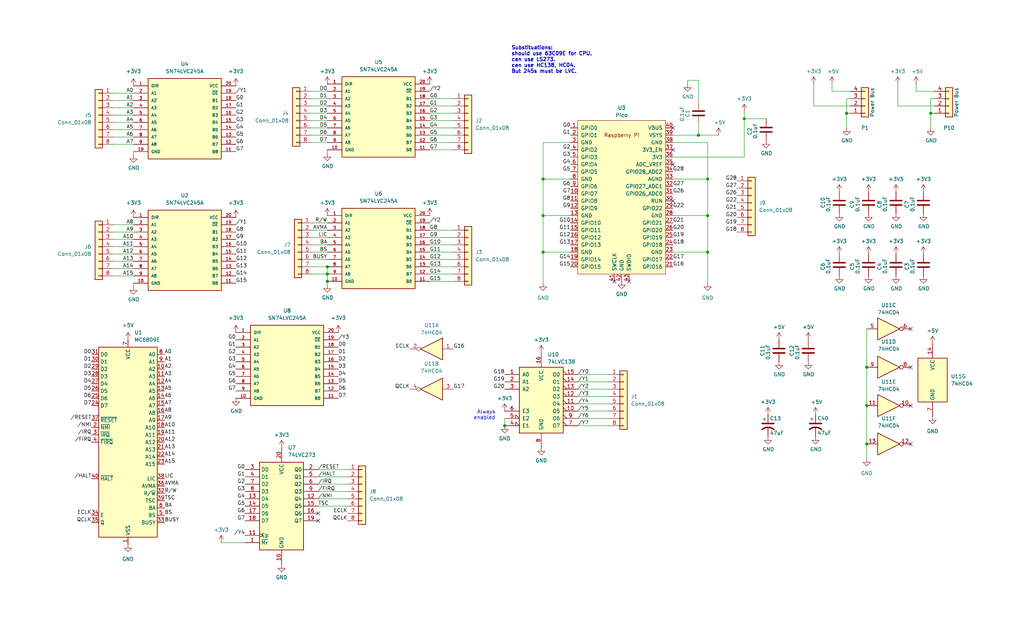
<source format=kicad_sch>
(kicad_sch (version 20230121) (generator eeschema)
  (paper "USLegal")
  (title_block (title "TFR/9 M6809E/H6309E (r-pi-pico-driven) SBC") (date "2024-07-12") (rev "2024-07-12") (company "Henry Strickland   <strick@yak.net>  github.com/strickyak") (comment 3 "Released under the MIT License (opensource.org/license/mit)"))
  (junction (at 258.445 41.275))
  (junction (at 188.595 74.93))
  (junction (at 245.745 87.63))
  (junction (at 242.57 46.99))
  (junction (at 113.665 97.79))
  (junction (at 323.215 39.37))
  (junction (at 300.99 127.635))
  (junction (at 175.26 147.955))
  (junction (at 300.99 154.305))
  (junction (at 300.99 140.97))
  (junction (at 245.745 74.93))
  (junction (at 188.595 87.63))
  (junction (at 113.665 95.25))
  (junction (at 294.005 39.37))
  (junction (at 188.595 62.23))
  (junction (at 245.745 62.23))
  (junction (at 113.665 92.71))
  (no_connect (at 233.68 57.15))
  (no_connect (at 233.68 69.85))
  (no_connect (at 233.68 44.45))
  (no_connect (at 110.49 180.975))
  (no_connect (at 316.23 127.635))
  (no_connect (at 218.44 97.79))
  (no_connect (at 316.23 154.305))
  (no_connect (at 316.23 114.3))
  (no_connect (at 233.68 52.07))
  (no_connect (at 213.36 97.79))
  (no_connect (at 110.49 178.435))
  (no_connect (at 316.23 140.97))
  (wire (pts (xy 200.66 137.795) (xy 211.455 137.795)))
  (wire (pts (xy 113.665 95.25) (xy 113.665 97.79)))
  (wire (pts (xy 46.355 98.425) (xy 46.355 99.695)))
  (wire (pts (xy 108.585 85.09) (xy 113.665 85.09)))
  (wire (pts (xy 149.225 95.25) (xy 157.48 95.25)))
  (wire (pts (xy 110.49 168.275) (xy 120.65 168.275)))
  (wire (pts (xy 110.49 173.355) (xy 120.65 173.355)))
  (wire (pts (xy 258.445 41.275) (xy 266.065 41.275)))
  (wire (pts (xy 107.95 39.37) (xy 113.665 39.37)))
  (wire (pts (xy 258.445 38.735) (xy 258.445 41.275)))
  (wire (pts (xy 39.37 88.265) (xy 46.355 88.265)))
  (wire (pts (xy 233.68 62.23) (xy 245.745 62.23)))
  (wire (pts (xy 245.745 62.23) (xy 245.745 74.93)))
  (wire (pts (xy 188.595 87.63) (xy 188.595 98.425)))
  (wire (pts (xy 149.225 39.37) (xy 157.48 39.37)))
  (wire (pts (xy 233.68 49.53) (xy 245.745 49.53)))
  (wire (pts (xy 39.37 85.725) (xy 46.355 85.725)))
  (wire (pts (xy 39.37 32.385) (xy 46.355 32.385)))
  (wire (pts (xy 46.355 52.705) (xy 46.355 53.975)))
  (wire (pts (xy 39.37 40.005) (xy 46.355 40.005)))
  (wire (pts (xy 238.76 27.94) (xy 238.76 29.21)))
  (wire (pts (xy 149.225 85.09) (xy 157.48 85.09)))
  (wire (pts (xy 300.99 127.635) (xy 300.99 140.97)))
  (wire (pts (xy 282.575 29.21) (xy 282.575 36.83)))
  (wire (pts (xy 39.37 50.165) (xy 46.355 50.165)))
  (wire (pts (xy 245.745 49.53) (xy 245.745 62.23)))
  (wire (pts (xy 294.005 39.37) (xy 295.275 39.37)))
  (wire (pts (xy 107.95 34.29) (xy 113.665 34.29)))
  (wire (pts (xy 76.835 188.595) (xy 85.09 188.595)))
  (wire (pts (xy 323.215 34.29) (xy 323.215 39.37)))
  (wire (pts (xy 39.37 80.645) (xy 46.355 80.645)))
  (wire (pts (xy 110.49 163.195) (xy 120.65 163.195)))
  (wire (pts (xy 200.66 142.875) (xy 211.455 142.875)))
  (wire (pts (xy 107.95 41.91) (xy 113.665 41.91)))
  (wire (pts (xy 294.005 39.37) (xy 294.005 44.45)))
  (wire (pts (xy 242.57 27.94) (xy 242.57 35.56)))
  (wire (pts (xy 200.66 130.175) (xy 211.455 130.175)))
  (wire (pts (xy 245.745 87.63) (xy 245.745 98.425)))
  (wire (pts (xy 110.49 165.735) (xy 120.65 165.735)))
  (wire (pts (xy 318.135 31.75) (xy 324.485 31.75)))
  (wire (pts (xy 39.37 95.885) (xy 46.355 95.885)))
  (wire (pts (xy 110.49 175.895) (xy 120.65 175.895)))
  (wire (pts (xy 110.49 170.815) (xy 120.65 170.815)))
  (wire (pts (xy 175.26 145.415) (xy 175.26 147.955)))
  (wire (pts (xy 39.37 93.345) (xy 46.355 93.345)))
  (wire (pts (xy 323.215 34.29) (xy 324.485 34.29)))
  (wire (pts (xy 294.005 34.29) (xy 295.275 34.29)))
  (wire (pts (xy 149.225 49.53) (xy 157.48 49.53)))
  (wire (pts (xy 39.37 42.545) (xy 46.355 42.545)))
  (wire (pts (xy 233.68 54.61) (xy 258.445 54.61)))
  (wire (pts (xy 282.575 36.83) (xy 295.275 36.83)))
  (wire (pts (xy 323.215 39.37) (xy 323.215 44.45)))
  (wire (pts (xy 242.57 27.94) (xy 238.76 27.94)))
  (wire (pts (xy 149.225 90.17) (xy 157.48 90.17)))
  (wire (pts (xy 311.785 36.83) (xy 324.485 36.83)))
  (wire (pts (xy 258.445 41.275) (xy 258.445 54.61)))
  (wire (pts (xy 288.925 31.75) (xy 295.275 31.75)))
  (wire (pts (xy 200.66 140.335) (xy 211.455 140.335)))
  (wire (pts (xy 242.57 46.99) (xy 249.555 46.99)))
  (wire (pts (xy 149.225 41.91) (xy 157.48 41.91)))
  (wire (pts (xy 113.665 97.79) (xy 113.665 99.06)))
  (wire (pts (xy 149.225 52.07) (xy 157.48 52.07)))
  (wire (pts (xy 108.585 82.55) (xy 113.665 82.55)))
  (wire (pts (xy 149.225 80.01) (xy 157.48 80.01)))
  (wire (pts (xy 149.225 44.45) (xy 157.48 44.45)))
  (wire (pts (xy 108.585 80.01) (xy 113.665 80.01)))
  (wire (pts (xy 200.66 135.255) (xy 211.455 135.255)))
  (wire (pts (xy 188.595 62.23) (xy 188.595 74.93)))
  (wire (pts (xy 113.665 92.71) (xy 113.665 95.25)))
  (wire (pts (xy 149.225 36.83) (xy 157.48 36.83)))
  (wire (pts (xy 200.66 145.415) (xy 211.455 145.415)))
  (wire (pts (xy 107.95 31.75) (xy 113.665 31.75)))
  (wire (pts (xy 200.66 132.715) (xy 211.455 132.715)))
  (wire (pts (xy 188.595 49.53) (xy 188.595 62.23)))
  (wire (pts (xy 233.68 87.63) (xy 245.745 87.63)))
  (wire (pts (xy 39.37 83.185) (xy 46.355 83.185)))
  (wire (pts (xy 294.005 34.29) (xy 294.005 39.37)))
  (wire (pts (xy 39.37 37.465) (xy 46.355 37.465)))
  (wire (pts (xy 288.925 29.21) (xy 288.925 31.75)))
  (wire (pts (xy 188.595 87.63) (xy 198.12 87.63)))
  (wire (pts (xy 149.225 87.63) (xy 157.48 87.63)))
  (wire (pts (xy 188.595 74.93) (xy 198.12 74.93)))
  (wire (pts (xy 233.68 74.93) (xy 245.745 74.93)))
  (wire (pts (xy 108.585 95.25) (xy 113.665 95.25)))
  (wire (pts (xy 300.99 140.97) (xy 300.99 154.305)))
  (wire (pts (xy 113.665 52.07) (xy 113.665 53.34)))
  (wire (pts (xy 108.585 87.63) (xy 113.665 87.63)))
  (wire (pts (xy 149.225 82.55) (xy 157.48 82.55)))
  (wire (pts (xy 149.225 97.79) (xy 157.48 97.79)))
  (wire (pts (xy 233.68 46.99) (xy 242.57 46.99)))
  (wire (pts (xy 300.99 114.3) (xy 300.99 127.635)))
  (wire (pts (xy 311.785 29.21) (xy 311.785 36.83)))
  (wire (pts (xy 107.95 44.45) (xy 113.665 44.45)))
  (wire (pts (xy 39.37 34.925) (xy 46.355 34.925)))
  (wire (pts (xy 300.99 154.305) (xy 300.99 159.385)))
  (wire (pts (xy 39.37 78.105) (xy 46.355 78.105)))
  (wire (pts (xy 107.95 46.99) (xy 113.665 46.99)))
  (wire (pts (xy 39.37 45.085) (xy 46.355 45.085)))
  (wire (pts (xy 108.585 92.71) (xy 113.665 92.71)))
  (wire (pts (xy 200.66 147.955) (xy 211.455 147.955)))
  (wire (pts (xy 242.57 46.99) (xy 242.57 43.18)))
  (wire (pts (xy 323.215 39.37) (xy 324.485 39.37)))
  (wire (pts (xy 188.595 49.53) (xy 198.12 49.53)))
  (wire (pts (xy 149.225 46.99) (xy 157.48 46.99)))
  (wire (pts (xy 108.585 90.17) (xy 113.665 90.17)))
  (wire (pts (xy 318.135 29.21) (xy 318.135 31.75)))
  (wire (pts (xy 39.37 47.625) (xy 46.355 47.625)))
  (wire (pts (xy 188.595 74.93) (xy 188.595 87.63)))
  (wire (pts (xy 188.595 62.23) (xy 198.12 62.23)))
  (wire (pts (xy 245.745 74.93) (xy 245.745 87.63)))
  (wire (pts (xy 107.95 49.53) (xy 113.665 49.53)))
  (wire (pts (xy 107.95 36.83) (xy 113.665 36.83)))
  (wire (pts (xy 149.225 92.71) (xy 157.48 92.71)))
  (wire (pts (xy 149.225 34.29) (xy 157.48 34.29)))
  (wire (pts (xy 39.37 90.805) (xy 46.355 90.805)))
  (wire (pts (xy 108.585 77.47) (xy 113.665 77.47)))
  (text "Always\nenabled" (at 172.085 146.05 0) (effects (font (size 1.27 1.27)) (justify right bottom)))
  (text "Substituations:\nshould use 63C09E for CPU.\ncan use LS273.\ncan use HC138, HC04.\nBut 245s must be LVC.\n" (at 177.546 25.654 0) (effects (font (size 1.27 1.27) (thickness 0.254) bold) (justify left bottom)))
  (label "G17" (at 233.68 90.17 0))
  (label "G6" (at 198.12 64.77 180))
  (label "G1" (at 198.12 46.99 180))
  (label "D5" (at 117.475 133.35 0))
  (label "ECLK" (at 142.24 121.285 180))
  (label "G12" (at 81.915 90.805 0))
  (label "{slash}Y2" (at 200.66 135.255 0))
  (label "G2" (at 149.225 39.37 0))
  (label "G0" (at 81.915 34.925 0))
  (label "G10" (at 198.12 77.47 180))
  (label "G8" (at 149.225 80.01 0))
  (label "G10" (at 81.915 85.725 0))
  (label "BUSY" (at 57.15 181.61 0))
  (label "G2" (at 81.915 40.005 0))
  (label "G13" (at 81.915 93.345 0))
  (label "QCLK" (at 142.24 135.255 180))
  (label "G10" (at 149.225 85.09 0))
  (label "G4" (at 198.12 57.15 180))
  (label "G18" (at 255.905 80.645 180))
  (label "G7" (at 149.225 52.07 0))
  (label "A4" (at 46.355 42.545 180))
  (label "A13" (at 46.355 90.805 180))
  (label "D4" (at 31.75 133.35 180))
  (label "G0" (at 85.09 163.195 180))
  (label "QCLK" (at 31.75 181.61 180))
  (label "{slash}HALT" (at 110.49 165.735 0))
  (label "G1" (at 149.225 36.83 0))
  (label "G3" (at 81.915 125.73 180))
  (label "G22" (at 255.905 70.485 180))
  (label "{slash}Y1" (at 200.66 132.715 0))
  (label "G5" (at 198.12 59.69 180))
  (label "G0" (at 198.12 44.45 180))
  (label "BS" (at 113.665 87.63 180))
  (label "BUSY" (at 113.665 90.17 180))
  (label "A8" (at 46.355 78.105 180))
  (label "G20" (at 255.905 75.565 180))
  (label "BA" (at 113.665 85.09 180))
  (label "{slash}Y6" (at 200.66 145.415 0))
  (label "{slash}RESET" (at 31.75 146.05 180))
  (label "A15" (at 57.15 161.29 0))
  (label "A3" (at 57.15 130.81 0))
  (label "G4" (at 85.09 173.355 180))
  (label "{slash}FIRQ" (at 31.75 153.67 180))
  (label "G2" (at 85.09 168.275 180))
  (label "G27" (at 233.68 64.77 0))
  (label "G6" (at 149.225 49.53 0))
  (label "D5" (at 113.665 44.45 180))
  (label "G21" (at 233.68 77.47 0))
  (label "{slash}IRQ" (at 31.75 151.13 180))
  (label "G18" (at 175.26 130.175 180))
  (label "G19" (at 233.68 82.55 0))
  (label "G17" (at 157.48 135.255 0))
  (label "{slash}HALT" (at 31.75 166.37 180))
  (label "{slash}Y4" (at 200.66 140.335 0))
  (label "G12" (at 149.225 90.17 0))
  (label "A0" (at 57.15 123.19 0))
  (label "A6" (at 46.355 47.625 180))
  (label "G21" (at 255.905 73.025 180))
  (label "A13" (at 57.15 156.21 0))
  (label "D7" (at 113.665 49.53 180))
  (label "A4" (at 57.15 133.35 0))
  (label "G14" (at 81.915 95.885 0))
  (label "A5" (at 46.355 45.085 180))
  (label "G3" (at 198.12 54.61 180))
  (label "D6" (at 117.475 135.89 0))
  (label "G3" (at 149.225 41.91 0))
  (label "G5" (at 85.09 175.895 180))
  (label "A10" (at 46.355 83.185 180))
  (label "A12" (at 57.15 153.67 0))
  (label "D2" (at 113.665 36.83 180))
  (label "A2" (at 57.15 128.27 0))
  (label "G8" (at 81.915 80.645 0))
  (label "A9" (at 46.355 80.645 180))
  (label "G5" (at 149.225 46.99 0))
  (label "G18" (at 233.68 85.09 0))
  (label "G11" (at 198.12 80.01 180))
  (label "BA" (at 57.15 176.53 0))
  (label "G0" (at 81.915 118.11 180))
  (label "G4" (at 81.915 45.085 0))
  (label "D3" (at 117.475 128.27 0))
  (label "G9" (at 149.225 82.55 0))
  (label "AVMA" (at 113.665 80.01 180))
  (label "ECLK" (at 31.75 179.07 180))
  (label "A15" (at 46.355 95.885 180))
  (label "G28" (at 255.905 62.865 180))
  (label "D1" (at 113.665 34.29 180))
  (label "G16" (at 157.48 121.285 0))
  (label "G27" (at 255.905 65.405 180))
  (label "{slash}Y3" (at 200.66 137.795 0))
  (label "{slash}RESET" (at 110.49 163.195 0))
  (label "G13" (at 149.225 92.71 0))
  (label "G14" (at 198.12 90.17 180))
  (label "{slash}IRQ" (at 110.49 168.275 0))
  (label "D2" (at 117.475 125.73 0))
  (label "D0" (at 31.75 123.19 180))
  (label "G0" (at 149.225 34.29 0))
  (label "A7" (at 57.15 140.97 0))
  (label "G14" (at 149.225 95.25 0))
  (label "D4" (at 113.665 41.91 180))
  (label "{slash}FIRQ" (at 110.49 170.815 0))
  (label "A10" (at 57.15 148.59 0))
  (label "G26" (at 233.68 67.31 0))
  (label "D1" (at 31.75 125.73 180))
  (label "G11" (at 81.915 88.265 0))
  (label "D1" (at 117.475 123.19 0))
  (label "D4" (at 117.475 130.81 0))
  (label "G1" (at 81.915 120.65 180))
  (label "D6" (at 113.665 46.99 180))
  (label "{slash}Y1" (at 81.915 78.105 0))
  (label "{slash}Y1" (at 81.915 32.385 0))
  (label "G4" (at 149.225 44.45 0))
  (label "D3" (at 113.665 39.37 180))
  (label "LIC" (at 113.665 82.55 180))
  (label "{slash}Y0" (at 200.66 130.175 0))
  (label "G7" (at 198.12 67.31 180))
  (label "{slash}Y7" (at 200.66 147.955 0))
  (label "G9" (at 81.915 83.185 0))
  (label "R{slash}W" (at 113.665 77.47 180))
  (label "ECLK" (at 120.65 178.435 180))
  (label "G7" (at 81.915 135.89 180))
  (label "A12" (at 46.355 88.265 180))
  (label "G12" (at 198.12 82.55 180))
  (label "D7" (at 117.475 138.43 0))
  (label "A2" (at 46.355 37.465 180))
  (label "G3" (at 81.915 42.545 0))
  (label "G15" (at 81.915 98.425 0))
  (label "R{slash}W" (at 57.15 171.45 0))
  (label "A14" (at 46.355 93.345 180))
  (label "G2" (at 198.12 52.07 180))
  (label "D0" (at 113.665 31.75 180))
  (label "G6" (at 81.915 133.35 180))
  (label "D5" (at 31.75 135.89 180))
  (label "D0" (at 117.475 120.65 0))
  (label "G22" (at 233.68 72.39 0))
  (label "{slash}Y3" (at 117.475 118.11 0))
  (label "{slash}Y5" (at 200.66 142.875 0))
  (label "G19" (at 175.26 132.715 180))
  (label "{slash}Y2" (at 149.225 77.47 0))
  (label "D6" (at 31.75 138.43 180))
  (label "TSC" (at 110.49 175.895 0))
  (label "G9" (at 198.12 72.39 180))
  (label "G15" (at 149.225 97.79 0))
  (label "A3" (at 46.355 40.005 180))
  (label "G7" (at 81.915 52.705 0))
  (label "A6" (at 57.15 138.43 0))
  (label "G11" (at 149.225 87.63 0))
  (label "G20" (at 233.68 80.01 0))
  (label "A0" (at 46.355 32.385 180))
  (label "G3" (at 85.09 170.815 180))
  (label "G7" (at 85.09 180.975 180))
  (label "D3" (at 31.75 130.81 180))
  (label "G16" (at 233.68 92.71 0))
  (label "{slash}NMI" (at 31.75 148.59 180))
  (label "A11" (at 57.15 151.13 0))
  (label "G8" (at 198.12 69.85 180))
  (label "A1" (at 57.15 125.73 0))
  (label "{slash}Y4" (at 85.09 186.055 180))
  (label "G26" (at 255.905 67.945 180))
  (label "AVMA" (at 57.15 168.91 0))
  (label "G13" (at 198.12 85.09 180))
  (label "G1" (at 81.915 37.465 0))
  (label "A14" (at 57.15 158.75 0))
  (label "D7" (at 31.75 140.97 180))
  (label "BS" (at 57.15 179.07 0))
  (label "G6" (at 85.09 178.435 180))
  (label "LIC" (at 57.15 166.37 0))
  (label "A5" (at 57.15 135.89 0))
  (label "A11" (at 46.355 85.725 180))
  (label "{slash}Y2" (at 149.225 31.75 0))
  (label "TSC" (at 57.15 173.99 0))
  (label "G19" (at 255.905 78.105 180))
  (label "G5" (at 81.915 47.625 0))
  (label "G5" (at 81.915 130.81 180))
  (label "G28" (at 233.68 59.69 0))
  (label "G4" (at 81.915 128.27 180))
  (label "D2" (at 31.75 128.27 180))
  (label "QCLK" (at 120.65 180.975 180))
  (label "A7" (at 46.355 50.165 180))
  (label "G15" (at 198.12 92.71 180))
  (label "G6" (at 81.915 50.165 0))
  (label "A9" (at 57.15 146.05 0))
  (label "{slash}NMI" (at 110.49 173.355 0))
  (label "G2" (at 81.915 123.19 180))
  (label "A1" (at 46.355 34.925 180))
  (label "A8" (at 57.15 143.51 0))
  (label "G20" (at 175.26 135.255 180))
  (label "G1" (at 85.09 165.735 180))
  (symbol (lib_id "Device:C_Polarized_US") (at 283.21 147.955 0) (unit 1)
    (property "Reference" "C40" (at 283.845 145.415 0) (effects (justify left)))
    (property "Value" "47uF" (at 283.845 150.495 0) (effects (justify left)))
    (property "Footprint" "Capacitor_THT:CP_Radial_D7.5mm_P2.50mm" (effects hide))
  )
  (symbol (lib_id "Connector_Generic:Conn_01x04") (at 329.565 36.83 0) (mirror x) (unit 1)
    (property "Reference" "P10" (at 329.565 44.45 0))
    (property "Value" "Power Bus" (at 332.105 35.56 90))
    (property "Footprint" "Connector_PinHeader_2.54mm:PinHeader_1x04_P2.54mm_Vertical" (effects hide))
  )
  (symbol (lib_id "power:GND") (at 323.215 44.45 0) (unit 1)
    (property "Reference" "#PWR0106" (effects hide))
    (property "Value" "GND" (at 323.342 48.8442 0))
  )
  (symbol (lib_id "power:+5V") (at 283.21 144.145 0) (unit 1)
    (property "Reference" "#PWR0101" (effects hide))
    (property "Value" "+5V" (at 283.591 139.7508 0))
  )
  (symbol (lib_id "power:+5V") (at 318.135 29.21 0) (unit 1)
    (property "Reference" "#PWR0103" (effects hide))
    (property "Value" "+5V" (at 318.516 24.8158 0))
  )
  (symbol (lib_id "74xx:74HC04") (at 149.86 121.285 0) (mirror y) (unit 1)
    (property "Reference" "U11" (at 149.86 113.03 0))
    (property "Value" "74HC04" (at 149.86 115.57 0))
    (property "Footprint" "Package_DIP:DIP-14_W7.62mm_Socket" (effects hide))
    (property "Datasheet" "https://assets.nexperia.com/documents/data-sheet/74HC_HCT04.pdf" (effects hide))
  )
  (symbol (lib_id "power:GND") (at 283.21 151.765 0) (unit 1)
    (property "Reference" "#PWR055" (effects hide))
    (property "Value" "GND" (at 283.337 156.1592 0))
  )
  (symbol (lib_id "Device:C") (at 270.51 121.92 0) (unit 1)
    (property "Reference" "C11" (at 264.795 123.825 90) (effects (justify left)))
    (property "Value" "0.1uF" (at 266.7 125.095 90) (effects (justify left)))
    (property "Footprint" "Capacitor_THT:C_Disc_D5.0mm_W2.5mm_P5.00mm" (effects hide))
  )
  (symbol (lib_id "power:GND") (at 291.465 95.885 0) (unit 1)
    (property "Reference" "#PWR042" (effects hide))
    (property "Value" "GND" (at 291.592 100.2792 0))
  )
  (symbol (lib_id "74xx:74LS273") (at 97.79 175.895 0) (unit 1)
    (property "Reference" "U7" (at 99.9841 155.575 0) (effects (justify left)))
    (property "Value" "74LVC273" (at 99.9841 158.115 0) (effects (justify left)))
    (property "Footprint" "Package_DIP:DIP-20_W7.62mm_Socket" (effects hide))
    (property "Datasheet" "http://www.ti.com/lit/gpn/sn74LS273" (effects hide))
  )
  (symbol (lib_id "Device:C") (at 301.625 92.075 0) (unit 1)
    (property "Reference" "C5" (at 295.91 93.98 90) (effects (justify left)))
    (property "Value" "0.1uF" (at 297.815 95.25 90) (effects (justify left)))
    (property "Footprint" "Capacitor_THT:C_Disc_D5.0mm_W2.5mm_P5.00mm" (effects hide))
  )
  (symbol (lib_id "Connector_Generic:Conn_01x08") (at 162.56 41.91 0) (unit 1)
    (property "Reference" "J2" (at 165.1 41.91 0) (effects (justify left)))
    (property "Value" "Conn_01x08" (at 165.1 44.45 0) (effects (justify left)))
    (property "Footprint" "Connector_PinHeader_2.54mm:PinHeader_1x08_P2.54mm_Vertical" (effects hide))
  )
  (symbol (lib_id "Connector_Generic:Conn_01x04") (at 300.355 36.83 0) (mirror x) (unit 1)
    (property "Reference" "P1" (at 300.355 44.45 0))
    (property "Value" "Power Bus" (at 302.895 35.56 90))
    (property "Footprint" "Connector_PinHeader_2.54mm:PinHeader_1x04_P2.54mm_Vertical" (effects hide))
  )
  (symbol (lib_name "+3V3_16") (lib_id "power:+3V3") (at 266.7 144.145 0) (unit 1)
    (property "Reference" "#PWR057" (effects hide))
    (property "Value" "+3V3" (at 266.7 139.7 0))
  )
  (symbol (lib_id "74xx:74HC04") (at 308.61 127.635 0) (unit 4)
    (property "Reference" "U11" (at 308.61 118.745 0))
    (property "Value" "74HC04" (at 308.61 121.285 0))
    (property "Footprint" "Package_DIP:DIP-14_W7.62mm_Socket" (effects hide))
    (property "Datasheet" "https://assets.nexperia.com/documents/data-sheet/74HC_HCT04.pdf" (effects hide))
  )
  (symbol (lib_name "+3V3_8") (lib_id "power:+3V3") (at 46.355 75.565 0) (unit 1)
    (property "Reference" "#PWR019" (effects hide))
    (property "Value" "+3V3" (at 46.355 70.485 0))
  )
  (symbol (lib_name "+3V3_15") (lib_id "power:+3V3") (at 320.675 66.675 0) (unit 1)
    (property "Reference" "#PWR043" (effects hide))
    (property "Value" "+3V3" (at 320.675 62.23 0))
  )
  (symbol (lib_id "74xx:74HC04") (at 308.61 154.305 0) (unit 6)
    (property "Reference" "U11" (at 308.61 145.415 0))
    (property "Value" "74HC04" (at 308.61 147.955 0))
    (property "Footprint" "Package_DIP:DIP-14_W7.62mm_Socket" (effects hide))
    (property "Datasheet" "https://assets.nexperia.com/documents/data-sheet/74HC_HCT04.pdf" (effects hide))
  )
  (symbol (lib_name "+3V3_14") (lib_id "power:+3V3") (at 76.835 188.595 0) (unit 1)
    (property "Reference" "#PWR034" (effects hide))
    (property "Value" "+3V3" (at 76.835 184.15 0))
  )
  (symbol (lib_id "power:+3V3") (at 311.785 29.21 0) (unit 1)
    (property "Reference" "#PWR031" (effects hide))
    (property "Value" "+3V3" (at 311.785 24.765 0))
  )
  (symbol (lib_id "74xx:74HC04") (at 323.85 132.08 0) (unit 7)
    (property "Reference" "U11" (at 330.2 130.81 0) (effects (justify left)))
    (property "Value" "74HC04" (at 330.2 133.35 0) (effects (justify left)))
    (property "Footprint" "Package_DIP:DIP-14_W7.62mm_Socket" (effects hide))
    (property "Datasheet" "https://assets.nexperia.com/documents/data-sheet/74HC_HCT04.pdf" (effects hide))
  )
  (symbol (lib_name "GND_4") (lib_id "power:GND") (at 97.79 196.215 0) (unit 1)
    (property "Reference" "#PWR035" (effects hide))
    (property "Value" "GND" (at 97.79 200.66 0))
  )
  (symbol (lib_id "Device:C") (at 291.465 70.485 0) (unit 1)
    (property "Reference" "C10" (at 285.75 72.39 90) (effects (justify left)))
    (property "Value" "0.1uF" (at 287.655 73.66 90) (effects (justify left)))
    (property "Footprint" "Capacitor_THT:C_Disc_D5.0mm_W2.5mm_P5.00mm" (effects hide))
  )
  (symbol (lib_id "Device:C_Polarized_US") (at 266.7 147.955 0) (unit 1)
    (property "Reference" "C13" (at 267.335 145.415 0) (effects (justify left)))
    (property "Value" "47uF" (at 267.335 150.495 0) (effects (justify left)))
    (property "Footprint" "Capacitor_THT:CP_Radial_D7.5mm_P2.50mm" (effects hide))
  )
  (symbol (lib_name "+3V3_2") (lib_id "power:+3V3") (at 81.915 29.845 0) (unit 1)
    (property "Reference" "#PWR06" (effects hide))
    (property "Value" "+3V3" (at 81.915 24.765 0))
  )
  (symbol (lib_id "power:GND") (at 270.51 125.73 0) (unit 1)
    (property "Reference" "#PWR052" (effects hide))
    (property "Value" "GND" (at 270.637 130.1242 0))
  )
  (symbol (lib_name "+3V3_15") (lib_id "power:+3V3") (at 301.625 66.675 0) (unit 1)
    (property "Reference" "#PWR047" (effects hide))
    (property "Value" "+3V3" (at 301.625 62.23 0))
  )
  (symbol (lib_name "+3V3_9") (lib_id "power:+3V3") (at 81.915 115.57 0) (unit 1)
    (property "Reference" "#PWR020" (effects hide))
    (property "Value" "+3V3" (at 81.915 110.49 0))
  )
  (symbol (lib_id "Device:C") (at 311.15 92.075 0) (unit 1)
    (property "Reference" "C4" (at 305.435 93.98 90) (effects (justify left)))
    (property "Value" "0.1uF" (at 307.34 95.25 90) (effects (justify left)))
    (property "Footprint" "Capacitor_THT:C_Disc_D5.0mm_W2.5mm_P5.00mm" (effects hide))
  )
  (symbol (lib_name "+3V3_4") (lib_id "power:+3V3") (at 149.225 29.21 0) (unit 1)
    (property "Reference" "#PWR012" (effects hide))
    (property "Value" "+3V3" (at 149.225 24.765 0))
  )
  (symbol (lib_name "+3V3_10") (lib_id "power:+3V3") (at 117.475 115.57 0) (unit 1)
    (property "Reference" "#PWR022" (effects hide))
    (property "Value" "+3V3" (at 117.475 110.49 0))
  )
  (symbol (lib_name "+3V3_1") (lib_id "power:+3V3") (at 46.355 29.845 0) (unit 1)
    (property "Reference" "#PWR04" (effects hide))
    (property "Value" "+3V3" (at 46.355 24.765 0))
  )
  (symbol (lib_id "power:GND") (at 320.675 74.295 0) (unit 1)
    (property "Reference" "#PWR044" (effects hide))
    (property "Value" "GND" (at 320.802 78.6892 0))
  )
  (symbol (lib_name "+5V_2") (lib_id "power:+5V") (at 323.85 119.38 0) (unit 1)
    (property "Reference" "#PWR041" (effects hide))
    (property "Value" "+5V" (at 323.85 114.935 0))
  )
  (symbol (lib_id "Connector_Generic:Conn_01x08") (at 34.29 40.005 0) (mirror y) (unit 1)
    (property "Reference" "J5" (at 31.75 40.005 0) (effects (justify left)))
    (property "Value" "Conn_01x08" (at 31.75 42.545 0) (effects (justify left)))
    (property "Footprint" "Connector_PinHeader_2.54mm:PinHeader_1x08_P2.54mm_Vertical" (effects hide))
  )
  (symbol (lib_id "Connector_Generic:Conn_01x08") (at 260.985 70.485 0) (unit 1)
    (property "Reference" "J9" (at 263.525 70.485 0) (effects (justify left)))
    (property "Value" "Conn_01x08" (at 263.525 73.025 0) (effects (justify left)))
    (property "Footprint" "Connector_PinHeader_2.54mm:PinHeader_1x08_P2.54mm_Vertical" (effects hide))
  )
  (symbol (lib_id "power:GND") (at 311.15 95.885 0) (unit 1)
    (property "Reference" "#PWR015" (effects hide))
    (property "Value" "GND" (at 311.277 100.2792 0))
  )
  (symbol (lib_name "GND_8") (lib_id "power:GND") (at 323.85 144.78 0) (unit 1)
    (property "Reference" "#PWR040" (effects hide))
    (property "Value" "GND" (at 323.85 149.86 0))
  )
  (symbol (lib_id "Device:C") (at 280.67 121.92 0) (unit 1)
    (property "Reference" "C12" (at 274.955 123.825 90) (effects (justify left)))
    (property "Value" "0.1uF" (at 276.86 125.095 90) (effects (justify left)))
    (property "Footprint" "Capacitor_THT:C_Disc_D5.0mm_W2.5mm_P5.00mm" (effects hide))
  )
  (symbol (lib_name "+3V3_13") (lib_id "power:+3V3") (at 97.79 155.575 0) (unit 1)
    (property "Reference" "#PWR033" (effects hide))
    (property "Value" "+3V3" (at 97.79 151.13 0))
  )
  (symbol (lib_name "+3V3_15") (lib_id "power:+3V3") (at 311.15 88.265 0) (unit 1)
    (property "Reference" "#PWR014" (effects hide))
    (property "Value" "+3V3" (at 311.15 83.82 0))
  )
  (symbol (lib_id "74xx:74LS138") (at 187.96 137.795 0) (unit 1)
    (property "Reference" "U10" (at 190.1541 123.19 0) (effects (justify left)))
    (property "Value" "74LVC138" (at 190.1541 125.73 0) (effects (justify left)))
    (property "Footprint" "Package_DIP:DIP-16_W7.62mm_Socket" (effects hide))
    (property "Datasheet" "http://www.ti.com/lit/gpn/sn74LS138" (effects hide))
  )
  (symbol (lib_id "Device:C") (at 301.625 70.485 0) (unit 1)
    (property "Reference" "C9" (at 295.91 72.39 90) (effects (justify left)))
    (property "Value" "0.1uF" (at 297.815 73.66 90) (effects (justify left)))
    (property "Footprint" "Capacitor_THT:C_Disc_D5.0mm_W2.5mm_P5.00mm" (effects hide))
  )
  (symbol (lib_id "Device:C") (at 291.465 92.075 0) (unit 1)
    (property "Reference" "C6" (at 285.75 93.98 90) (effects (justify left)))
    (property "Value" "0.1uF" (at 287.655 95.25 90) (effects (justify left)))
    (property "Footprint" "Capacitor_THT:C_Disc_D5.0mm_W2.5mm_P5.00mm" (effects hide))
  )
  (symbol (lib_name "+3V3_3") (lib_id "power:+3V3") (at 113.665 29.21 0) (unit 1)
    (property "Reference" "#PWR011" (effects hide))
    (property "Value" "+3V3" (at 113.665 24.765 0))
  )
  (symbol (lib_name "+5V_3") (lib_id "power:+5V") (at 270.51 118.11 0) (unit 1)
    (property "Reference" "#PWR051" (effects hide))
    (property "Value" "+5V" (at 270.51 113.665 0))
  )
  (symbol (lib_id "CPU_NXP_6800:MC6809E") (at 44.45 153.67 0) (unit 1)
    (property "Reference" "U1" (at 46.6441 115.57 0) (effects (justify left)))
    (property "Value" "MC6809E" (at 46.6441 118.11 0) (effects (justify left)))
    (property "Footprint" "Package_DIP:DIP-40_W15.24mm" (effects hide))
    (property "Datasheet" "http://pdf.datasheetcatalog.com/datasheet/motorola/MC68B09S.pdf" (effects hide))
  )
  (symbol (lib_id "power:GND") (at 280.67 125.73 0) (unit 1)
    (property "Reference" "#PWR054" (effects hide))
    (property "Value" "GND" (at 280.797 130.1242 0))
  )
  (symbol (lib_id "Device:C") (at 242.57 39.37 180) (unit 1)
    (property "Reference" "C1" (at 238.76 38.1 90) (effects (justify left)))
    (property "Value" "0.1uF" (at 236.855 36.83 90) (effects (justify left)))
    (property "Footprint" "Capacitor_THT:C_Disc_D5.0mm_W2.5mm_P5.00mm" (effects hide))
  )
  (symbol (lib_id "power:GND") (at 113.665 53.34 0) (unit 1)
    (property "Reference" "#PWR09" (effects hide))
    (property "Value" "GND" (at 113.792 57.7342 0))
  )
  (symbol (lib_id "power:+5V") (at 249.555 46.99 0) (unit 1)
    (property "Reference" "#PWR028" (effects hide))
    (property "Value" "+5V" (at 249.936 42.5958 0))
  )
  (symbol (lib_name "+3V3_15") (lib_id "power:+3V3") (at 320.675 88.265 0) (unit 1)
    (property "Reference" "#PWR03" (effects hide))
    (property "Value" "+3V3" (at 320.675 83.82 0))
  )
  (symbol (lib_id "Device:C") (at 320.675 92.075 0) (unit 1)
    (property "Reference" "C3" (at 314.96 93.98 90) (effects (justify left)))
    (property "Value" "0.1uF" (at 316.865 95.25 90) (effects (justify left)))
    (property "Footprint" "Capacitor_THT:C_Disc_D5.0mm_W2.5mm_P5.00mm" (effects hide))
  )
  (symbol (lib_name "GND_3") (lib_id "power:GND") (at 175.26 147.955 0) (unit 1)
    (property "Reference" "#PWR025" (effects hide))
    (property "Value" "GND" (at 175.26 152.4 0))
  )
  (symbol (lib_name "+3V3_11") (lib_id "power:+3V3") (at 187.96 122.555 0) (unit 1)
    (property "Reference" "#PWR023" (effects hide))
    (property "Value" "+3V3" (at 187.96 118.11 0))
  )
  (symbol (lib_name "+3V3_12") (lib_id "power:+3V3") (at 175.26 142.875 0) (unit 1)
    (property "Reference" "#PWR026" (effects hide))
    (property "Value" "+3V3" (at 175.26 138.43 0))
  )
  (symbol (lib_name "+3V3_15") (lib_id "power:+3V3") (at 311.15 66.675 0) (unit 1)
    (property "Reference" "#PWR045" (effects hide))
    (property "Value" "+3V3" (at 311.15 62.23 0))
  )
  (symbol (lib_id "power:GND") (at 266.065 48.895 0) (unit 1)
    (property "Reference" "#PWR030" (effects hide))
    (property "Value" "GND" (at 266.192 53.2892 0))
  )
  (symbol (lib_id "power:+3V3") (at 282.575 29.21 0) (unit 1)
    (property "Reference" "#PWR059" (effects hide))
    (property "Value" "+3V3" (at 282.575 24.765 0))
  )
  (symbol (lib_id "power:+3V3") (at 258.445 38.735 0) (unit 1)
    (property "Reference" "#PWR029" (effects hide))
    (property "Value" "+3V3" (at 258.445 34.29 0))
  )
  (symbol (lib_id "Connector_Generic:Conn_01x08") (at 162.56 87.63 0) (unit 1)
    (property "Reference" "J3" (at 165.1 87.63 0) (effects (justify left)))
    (property "Value" "Conn_01x08" (at 165.1 90.17 0) (effects (justify left)))
    (property "Footprint" "Connector_PinHeader_2.54mm:PinHeader_1x08_P2.54mm_Vertical" (effects hide))
  )
  (symbol (lib_name "+3V3_6") (lib_id "power:+3V3") (at 113.665 74.93 0) (unit 1)
    (property "Reference" "#PWR017" (effects hide))
    (property "Value" "+3V3" (at 113.665 70.485 0))
  )
  (symbol (lib_id "LOGIC-SN74LVC245AN_DIP20-7.62MM_:SN74LVC245AN") (at 131.445 87.63 0) (unit 1)
    (property "Reference" "U6" (at 131.445 67.31 0))
    (property "Value" "SN74LVC245A" (at 131.445 69.85 0))
    (property "Footprint" "LOGIC-SN74LVC245AN_DIP20-7.62MM_:DIP20-2.54-26.2X7.62MM" (effects hide))
    (property "MF" "Texas Instruments" (effects hide))
    (property "Description" "\nOctal Bus Transceiver With 3-State Outputs\n" (effects hide))
    (property "Package" "PDIP-20 Texas Instruments" (effects hide))
    (property "MPN" "SN74LVC245AN" (effects hide))
    (property "Price" "None" (effects hide))
    (property "VALUE" "TRANSCEIVER-8BIT" (effects hide))
    (property "SnapEDA_Link" "https://www.snapeda.com/parts/SN74LVC245AN/Texas+Instruments/view-part/?ref=snap" (effects hide))
    (property "MP" "SN74LVC245AN" (effects hide))
    (property "Availability" "In Stock" (effects hide))
    (property "Check_prices" "https://www.snapeda.com/parts/SN74LVC245AN/Texas+Instruments/view-part/?ref=eda" (effects hide))
  )
  (symbol (lib_id "Device:C") (at 311.15 70.485 0) (unit 1)
    (property "Reference" "C8" (at 305.435 72.39 90) (effects (justify left)))
    (property "Value" "0.1uF" (at 307.34 73.66 90) (effects (justify left)))
    (property "Footprint" "Capacitor_THT:C_Disc_D5.0mm_W2.5mm_P5.00mm" (effects hide))
  )
  (symbol (lib_id "power:GND") (at 46.355 99.695 0) (unit 1)
    (property "Reference" "#PWR08" (effects hide))
    (property "Value" "GND" (at 46.482 104.0892 0))
  )
  (symbol (lib_id "Device:C") (at 266.065 45.085 0) (unit 1)
    (property "Reference" "C2" (at 260.35 46.99 90) (effects (justify left)))
    (property "Value" "0.1uF" (at 262.255 48.26 90) (effects (justify left)))
    (property "Footprint" "Capacitor_THT:C_Disc_D5.0mm_W2.5mm_P5.00mm" (effects hide))
  )
  (symbol (lib_id "power:GND") (at 238.76 29.21 0) (unit 1)
    (property "Reference" "#PWR027" (effects hide))
    (property "Value" "GND" (at 238.887 33.6042 0))
  )
  (symbol (lib_id "LOGIC-SN74LVC245AN_DIP20-7.62MM_:SN74LVC245AN") (at 99.695 128.27 0) (unit 1)
    (property "Reference" "U8" (at 99.695 107.95 0))
    (property "Value" "SN74LVC245A" (at 99.695 110.49 0))
    (property "Footprint" "LOGIC-SN74LVC245AN_DIP20-7.62MM_:DIP20-2.54-26.2X7.62MM" (effects hide))
    (property "MF" "Texas Instruments" (effects hide))
    (property "Description" "\nOctal Bus Transceiver With 3-State Outputs\n" (effects hide))
    (property "Package" "PDIP-20 Texas Instruments" (effects hide))
    (property "MPN" "SN74LVC245AN" (effects hide))
    (property "Price" "None" (effects hide))
    (property "VALUE" "TRANSCEIVER-8BIT" (effects hide))
    (property "SnapEDA_Link" "https://www.snapeda.com/parts/SN74LVC245AN/Texas+Instruments/view-part/?ref=snap" (effects hide))
    (property "MP" "SN74LVC245AN" (effects hide))
    (property "Availability" "In Stock" (effects hide))
    (property "Check_prices" "https://www.snapeda.com/parts/SN74LVC245AN/Texas+Instruments/view-part/?ref=eda" (effects hide))
  )
  (symbol (lib_id "Connector_Generic:Conn_01x08") (at 103.505 85.09 0) (mirror y) (unit 1)
    (property "Reference" "J7" (at 100.965 85.09 0) (effects (justify left)))
    (property "Value" "Conn_01x08" (at 100.965 87.63 0) (effects (justify left)))
    (property "Footprint" "Connector_PinHeader_2.54mm:PinHeader_1x08_P2.54mm_Vertical" (effects hide))
  )
  (symbol (lib_id "Connector_Generic:Conn_01x08") (at 125.73 170.815 0) (unit 1)
    (property "Reference" "J8" (at 128.27 170.815 0) (effects (justify left)))
    (property "Value" "Conn_01x08" (at 128.27 173.355 0) (effects (justify left)))
    (property "Footprint" "Connector_PinHeader_2.54mm:PinHeader_1x08_P2.54mm_Vertical" (effects hide))
  )
  (symbol (lib_name "GND_5") (lib_id "power:GND") (at 188.595 98.425 0) (unit 1)
    (property "Reference" "#PWR037" (effects hide))
    (property "Value" "GND" (at 188.595 103.505 0))
  )
  (symbol (lib_id "LOGIC-SN74LVC245AN_DIP20-7.62MM_:SN74LVC245AN") (at 64.135 88.265 0) (unit 1)
    (property "Reference" "U2" (at 64.135 67.945 0))
    (property "Value" "SN74LVC245A" (at 64.135 70.485 0))
    (property "Footprint" "LOGIC-SN74LVC245AN_DIP20-7.62MM_:DIP20-2.54-26.2X7.62MM" (effects hide))
    (property "MF" "Texas Instruments" (effects hide))
    (property "Description" "\nOctal Bus Transceiver With 3-State Outputs\n" (effects hide))
    (property "Package" "PDIP-20 Texas Instruments" (effects hide))
    (property "MPN" "SN74LVC245AN" (effects hide))
    (property "Price" "None" (effects hide))
    (property "VALUE" "TRANSCEIVER-8BIT" (effects hide))
    (property "SnapEDA_Link" "https://www.snapeda.com/parts/SN74LVC245AN/Texas+Instruments/view-part/?ref=snap" (effects hide))
    (property "MP" "SN74LVC245AN" (effects hide))
    (property "Availability" "In Stock" (effects hide))
    (property "Check_prices" "https://www.snapeda.com/parts/SN74LVC245AN/Texas+Instruments/view-part/?ref=eda" (effects hide))
  )
  (symbol (lib_id "power:GND") (at 266.7 151.765 0) (unit 1)
    (property "Reference" "#PWR058" (effects hide))
    (property "Value" "GND" (at 266.827 156.1592 0))
  )
  (symbol (lib_id "Device:C") (at 320.675 70.485 0) (unit 1)
    (property "Reference" "C7" (at 314.96 72.39 90) (effects (justify left)))
    (property "Value" "0.1uF" (at 316.865 73.66 90) (effects (justify left)))
    (property "Footprint" "Capacitor_THT:C_Disc_D5.0mm_W2.5mm_P5.00mm" (effects hide))
  )
  (symbol (lib_id "power:GND") (at 46.355 53.975 0) (unit 1)
    (property "Reference" "#PWR01" (effects hide))
    (property "Value" "GND" (at 46.482 58.3692 0))
  )
  (symbol (lib_id "Connector_Generic:Conn_01x08") (at 102.87 39.37 0) (mirror y) (unit 1)
    (property "Reference" "J4" (at 100.33 39.37 0) (effects (justify left)))
    (property "Value" "Conn_01x08" (at 100.33 41.91 0) (effects (justify left)))
    (property "Footprint" "Connector_PinHeader_2.54mm:PinHeader_1x08_P2.54mm_Vertical" (effects hide))
  )
  (symbol (lib_id "LOGIC-SN74LVC245AN_DIP20-7.62MM_:SN74LVC245AN") (at 64.135 42.545 0) (unit 1)
    (property "Reference" "U4" (at 64.135 22.225 0))
    (property "Value" "SN74LVC245A" (at 64.135 24.765 0))
    (property "Footprint" "LOGIC-SN74LVC245AN_DIP20-7.62MM_:DIP20-2.54-26.2X7.62MM" (effects hide))
    (property "MF" "Texas Instruments" (effects hide))
    (property "Description" "\nOctal Bus Transceiver With 3-State Outputs\n" (effects hide))
    (property "Package" "PDIP-20 Texas Instruments" (effects hide))
    (property "MPN" "SN74LVC245AN" (effects hide))
    (property "Price" "None" (effects hide))
    (property "VALUE" "TRANSCEIVER-8BIT" (effects hide))
    (property "SnapEDA_Link" "https://www.snapeda.com/parts/SN74LVC245AN/Texas+Instruments/view-part/?ref=snap" (effects hide))
    (property "MP" "SN74LVC245AN" (effects hide))
    (property "Availability" "In Stock" (effects hide))
    (property "Check_prices" "https://www.snapeda.com/parts/SN74LVC245AN/Texas+Instruments/view-part/?ref=eda" (effects hide))
  )
  (symbol (lib_name "GND_8") (lib_id "power:GND") (at 300.99 159.385 0) (unit 1)
    (property "Reference" "#PWR056" (effects hide))
    (property "Value" "GND" (at 300.99 164.465 0))
  )
  (symbol (lib_name "+3V3_7") (lib_id "power:+3V3") (at 81.915 75.565 0) (unit 1)
    (property "Reference" "#PWR018" (effects hide))
    (property "Value" "+3V3" (at 81.915 70.485 0))
  )
  (symbol (lib_id "Connector_Generic:Conn_01x08") (at 216.535 137.795 0) (unit 1)
    (property "Reference" "J1" (at 219.075 137.795 0) (effects (justify left)))
    (property "Value" "Conn_01x08" (at 219.075 140.335 0) (effects (justify left)))
    (property "Footprint" "Connector_PinHeader_2.54mm:PinHeader_1x08_P2.54mm_Vertical" (effects hide))
  )
  (symbol (lib_id "RPi_Pico:Pico") (at 215.9 68.58 0) (unit 1)
    (property "Reference" "U3" (at 215.9 37.465 0))
    (property "Value" "Pico" (at 215.9 40.005 0))
    (property "Footprint" "RPi_Pico:RPi_PicoW_SMD_TH" (effects hide))
  )
  (symbol (lib_name "+5V_4") (lib_id "power:+5V") (at 280.67 118.11 0) (unit 1)
    (property "Reference" "#PWR053" (effects hide))
    (property "Value" "+5V" (at 280.67 113.665 0))
  )
  (symbol (lib_id "power:GND") (at 113.665 99.06 0) (unit 1)
    (property "Reference" "#PWR010" (effects hide))
    (property "Value" "GND" (at 113.792 103.4542 0))
  )
  (symbol (lib_id "Connector_Generic:Conn_01x08") (at 34.29 85.725 0) (mirror y) (unit 1)
    (property "Reference" "J6" (at 31.75 85.725 0) (effects (justify left)))
    (property "Value" "Conn_01x08" (at 31.75 88.265 0) (effects (justify left)))
    (property "Footprint" "Connector_PinHeader_2.54mm:PinHeader_1x08_P2.54mm_Vertical" (effects hide))
  )
  (symbol (lib_name "GND_2") (lib_id "power:GND") (at 187.96 155.575 0) (unit 1)
    (property "Reference" "#PWR024" (effects hide))
    (property "Value" "GND" (at 187.96 160.02 0))
  )
  (symbol (lib_id "power:GND") (at 291.465 74.295 0) (unit 1)
    (property "Reference" "#PWR050" (effects hide))
    (property "Value" "GND" (at 291.592 78.6892 0))
  )
  (symbol (lib_name "GND_7") (lib_id "power:GND") (at 215.9 97.79 0) (unit 1)
    (property "Reference" "#PWR039" (effects hide))
    (property "Value" "GND" (at 215.9 102.235 0))
  )
  (symbol (lib_id "power:+5V") (at 288.925 29.21 0) (unit 1)
    (property "Reference" "#PWR060" (effects hide))
    (property "Value" "+5V" (at 289.306 24.8158 0))
  )
  (symbol (lib_id "power:GND") (at 301.625 74.295 0) (unit 1)
    (property "Reference" "#PWR048" (effects hide))
    (property "Value" "GND" (at 301.752 78.6892 0))
  )
  (symbol (lib_id "power:GND") (at 294.005 44.45 0) (unit 1)
    (property "Reference" "#PWR061" (effects hide))
    (property "Value" "GND" (at 294.132 48.8442 0))
  )
  (symbol (lib_id "74xx:74HC04") (at 149.86 135.255 0) (mirror y) (unit 2)
    (property "Reference" "U11" (at 149.86 126.365 0))
    (property "Value" "74HC04" (at 149.86 128.905 0))
    (property "Footprint" "Package_DIP:DIP-14_W7.62mm_Socket" (effects hide))
    (property "Datasheet" "https://assets.nexperia.com/documents/data-sheet/74HC_HCT04.pdf" (effects hide))
  )
  (symbol (lib_name "+3V3_15") (lib_id "power:+3V3") (at 291.465 66.675 0) (unit 1)
    (property "Reference" "#PWR049" (effects hide))
    (property "Value" "+3V3" (at 291.465 62.23 0))
  )
  (symbol (lib_name "+5V_1") (lib_id "power:+5V") (at 44.45 118.11 0) (unit 1)
    (property "Reference" "#PWR07" (effects hide))
    (property "Value" "+5V" (at 44.45 113.03 0))
  )
  (symbol (lib_name "+3V3_5") (lib_id "power:+3V3") (at 149.225 74.93 0) (unit 1)
    (property "Reference" "#PWR013" (effects hide))
    (property "Value" "+3V3" (at 149.225 70.485 0))
  )
  (symbol (lib_id "74xx:74HC04") (at 308.61 140.97 0) (unit 5)
    (property "Reference" "U11" (at 308.61 132.715 0))
    (property "Value" "74HC04" (at 308.61 135.255 0))
    (property "Footprint" "Package_DIP:DIP-14_W7.62mm_Socket" (effects hide))
    (property "Datasheet" "https://assets.nexperia.com/documents/data-sheet/74HC_HCT04.pdf" (effects hide))
  )
  (symbol (lib_id "74xx:74HC04") (at 308.61 114.3 0) (unit 3)
    (property "Reference" "U11" (at 308.61 106.045 0))
    (property "Value" "74HC04" (at 308.61 108.585 0))
    (property "Footprint" "Package_DIP:DIP-14_W7.62mm_Socket" (effects hide))
    (property "Datasheet" "https://assets.nexperia.com/documents/data-sheet/74HC_HCT04.pdf" (effects hide))
  )
  (symbol (lib_name "+3V3_15") (lib_id "power:+3V3") (at 301.625 88.265 0) (unit 1)
    (property "Reference" "#PWR016" (effects hide))
    (property "Value" "+3V3" (at 301.625 83.82 0))
  )
  (symbol (lib_id "power:GND") (at 311.15 74.295 0) (unit 1)
    (property "Reference" "#PWR046" (effects hide))
    (property "Value" "GND" (at 311.277 78.6892 0))
  )
  (symbol (lib_id "power:GND") (at 81.915 138.43 0) (unit 1)
    (property "Reference" "#PWR021" (effects hide))
    (property "Value" "GND" (at 82.042 142.8242 0))
  )
  (symbol (lib_id "power:GND") (at 301.625 95.885 0) (unit 1)
    (property "Reference" "#PWR032" (effects hide))
    (property "Value" "GND" (at 301.752 100.2792 0))
  )
  (symbol (lib_id "LOGIC-SN74LVC245AN_DIP20-7.62MM_:SN74LVC245AN") (at 131.445 41.91 0) (unit 1)
    (property "Reference" "U5" (at 131.445 21.59 0))
    (property "Value" "SN74LVC245A" (at 131.445 24.13 0))
    (property "Footprint" "LOGIC-SN74LVC245AN_DIP20-7.62MM_:DIP20-2.54-26.2X7.62MM" (effects hide))
    (property "MF" "Texas Instruments" (effects hide))
    (property "Description" "\nOctal Bus Transceiver With 3-State Outputs\n" (effects hide))
    (property "Package" "PDIP-20 Texas Instruments" (effects hide))
    (property "MPN" "SN74LVC245AN" (effects hide))
    (property "Price" "None" (effects hide))
    (property "VALUE" "TRANSCEIVER-8BIT" (effects hide))
    (property "SnapEDA_Link" "https://www.snapeda.com/parts/SN74LVC245AN/Texas+Instruments/view-part/?ref=snap" (effects hide))
    (property "MP" "SN74LVC245AN" (effects hide))
    (property "Availability" "In Stock" (effects hide))
    (property "Check_prices" "https://www.snapeda.com/parts/SN74LVC245AN/Texas+Instruments/view-part/?ref=eda" (effects hide))
  )
  (symbol (lib_name "GND_1") (lib_id "power:GND") (at 44.45 189.23 0) (unit 1)
    (property "Reference" "#PWR05" (effects hide))
    (property "Value" "GND" (at 44.45 194.31 0))
  )
  (symbol (lib_name "GND_6") (lib_id "power:GND") (at 245.745 98.425 0) (unit 1)
    (property "Reference" "#PWR038" (effects hide))
    (property "Value" "GND" (at 245.745 103.505 0))
  )
  (symbol (lib_name "+3V3_15") (lib_id "power:+3V3") (at 291.465 88.265 0) (unit 1)
    (property "Reference" "#PWR036" (effects hide))
    (property "Value" "+3V3" (at 291.465 83.82 0))
  )
  (symbol (lib_id "power:GND") (at 320.675 95.885 0) (unit 1)
    (property "Reference" "#PWR02" (effects hide))
    (property "Value" "GND" (at 320.802 100.2792 0))
  )
)
</source>
